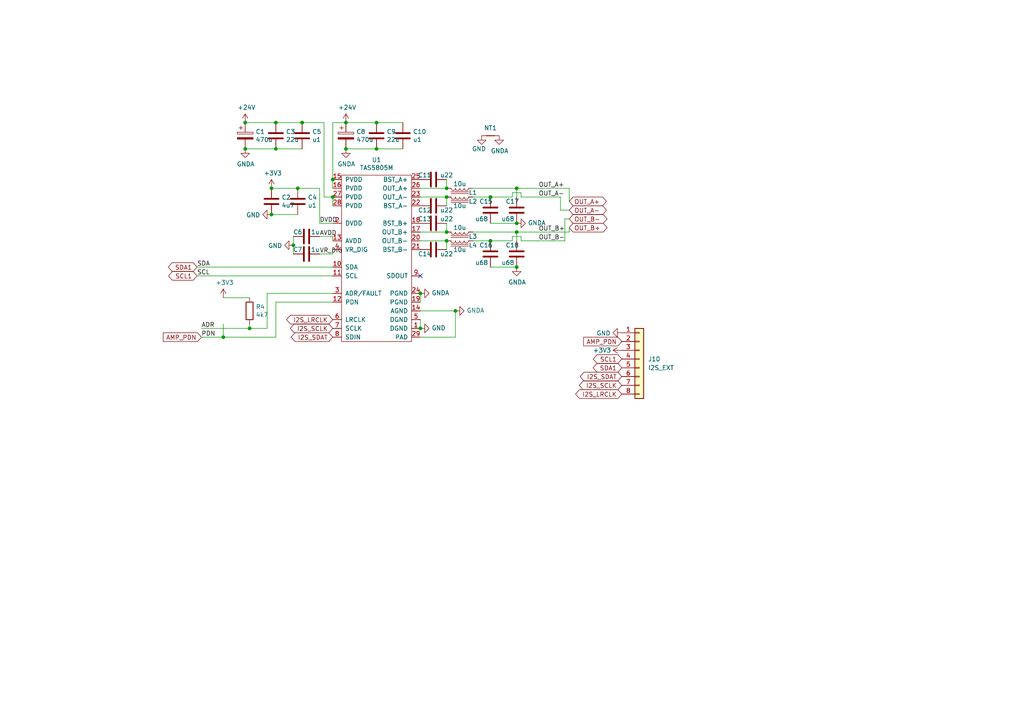
<source format=kicad_sch>
(kicad_sch (version 20211123) (generator eeschema)
  (paper "A4")
  (lib_symbols
    (symbol "Connector_Generic:Conn_01x08" (pin_names (offset 1.016) hide)
      (property "Reference" "J" (at 0 10.16 0))
      (property "Value" "Conn_01x08" (at 0 -12.7 0))
      (symbol "Conn_01x08_1_1"
        (rectangle (start -1.27 -10.033) (end 0 -10.287) (stroke (width 0.1524)))
        (rectangle (start -1.27 -7.493) (end 0 -7.747) (stroke (width 0.1524)))
        (rectangle (start -1.27 -4.953) (end 0 -5.207) (stroke (width 0.1524)))
        (rectangle (start -1.27 -2.413) (end 0 -2.667) (stroke (width 0.1524)))
        (rectangle (start -1.27 0.127) (end 0 -0.127) (stroke (width 0.1524)))
        (rectangle (start -1.27 2.667) (end 0 2.413) (stroke (width 0.1524)))
        (rectangle (start -1.27 5.207) (end 0 4.953) (stroke (width 0.1524)))
        (rectangle (start -1.27 7.747) (end 0 7.493) (stroke (width 0.1524)))
        (rectangle (start -1.27 8.89) (end 1.27 -11.43) (stroke (width 0.254)) (fill (type background)))
        (pin passive line (at -5.08 7.62 0) (length 3.81) (name "Pin_1") (number "1"))
        (pin passive line (at -5.08 5.08 0) (length 3.81) (name "Pin_2") (number "2"))
        (pin passive line (at -5.08 2.54 0) (length 3.81) (name "Pin_3") (number "3"))
        (pin passive line (at -5.08 0 0) (length 3.81) (name "Pin_4") (number "4"))
        (pin passive line (at -5.08 -2.54 0) (length 3.81) (name "Pin_5") (number "5"))
        (pin passive line (at -5.08 -5.08 0) (length 3.81) (name "Pin_6") (number "6"))
        (pin passive line (at -5.08 -7.62 0) (length 3.81) (name "Pin_7") (number "7"))
        (pin passive line (at -5.08 -10.16 0) (length 3.81) (name "Pin_8") (number "8"))
      )
    )
    (symbol "Device:C" (pin_numbers hide) (pin_names (offset 0.254))
      (property "Reference" "C" (at 0.635 2.54 0))
      (property "Value" "C" (at 0.635 -2.54 0))
      (symbol "C_0_1"
        (polyline (pts (xy -2.032 -0.762) (xy 2.032 -0.762)) (stroke (width 0.508)))
        (polyline (pts (xy -2.032 0.762) (xy 2.032 0.762)) (stroke (width 0.508)))
      )
      (symbol "C_1_1"
        (pin passive line (at 0 3.81 270) (length 2.794) (name "~") (number "1"))
        (pin passive line (at 0 -3.81 90) (length 2.794) (name "~") (number "2"))
      )
    )
    (symbol "Device:CP" (pin_numbers hide) (pin_names (offset 0.254))
      (property "Reference" "C" (at 0.635 2.54 0))
      (property "Value" "Device_CP" (at 0.635 -2.54 0))
      (symbol "CP_0_1"
        (rectangle (start -2.286 0.508) (end 2.286 1.016))
        (polyline (pts (xy -1.778 2.286) (xy -0.762 2.286)))
        (polyline (pts (xy -1.27 2.794) (xy -1.27 1.778)))
        (rectangle (start 2.286 -0.508) (end -2.286 -1.016) (fill (type outline)))
      )
      (symbol "CP_1_1"
        (pin passive line (at 0 3.81 270) (length 2.794) (name "~") (number "1"))
        (pin passive line (at 0 -3.81 90) (length 2.794) (name "~") (number "2"))
      )
    )
    (symbol "Device:L_Core_Iron" (pin_numbers hide) (pin_names (offset 1.016) hide)
      (property "Reference" "L" (at -1.27 0 90))
      (property "Value" "Device_L_Core_Iron" (at 2.794 0 90))
      (symbol "L_Core_Iron_0_1"
        (arc (start 0 -2.54) (mid 0.635 -1.905) (end 0 -1.27))
        (arc (start 0 -1.27) (mid 0.635 -0.635) (end 0 0))
        (polyline (pts (xy 1.016 2.54) (xy 1.016 -2.54)))
        (polyline (pts (xy 1.524 -2.54) (xy 1.524 2.54)))
        (arc (start 0 0) (mid 0.635 0.635) (end 0 1.27))
        (arc (start 0 1.27) (mid 0.635 1.905) (end 0 2.54))
      )
      (symbol "L_Core_Iron_1_1"
        (pin passive line (at 0 3.81 270) (length 1.27) (name "1") (number "1"))
        (pin passive line (at 0 -3.81 90) (length 1.27) (name "2") (number "2"))
      )
    )
    (symbol "Device:Net-Tie_2" (pin_numbers hide) (pin_names (offset 0) hide)
      (property "Reference" "NT" (at 0 1.27 0))
      (property "Value" "Device_Net-Tie_2" (at 0 -1.27 0))
      (symbol "Net-Tie_2_0_1"
        (polyline (pts (xy -1.27 0) (xy 1.27 0)) (stroke (width 0.254)))
      )
      (symbol "Net-Tie_2_1_1"
        (pin passive line (at -2.54 0 0) (length 2.54) (name "1") (number "1"))
        (pin passive line (at 2.54 0 180) (length 2.54) (name "2") (number "2"))
      )
    )
    (symbol "Device:R" (pin_numbers hide) (pin_names (offset 0))
      (property "Reference" "R" (at 2.032 0 90))
      (property "Value" "R" (at 0 0 90))
      (symbol "R_0_1"
        (rectangle (start -1.016 -2.54) (end 1.016 2.54) (stroke (width 0.254)))
      )
      (symbol "R_1_1"
        (pin passive line (at 0 3.81 270) (length 1.27) (name "~") (number "1"))
        (pin passive line (at 0 -3.81 90) (length 1.27) (name "~") (number "2"))
      )
    )
    (symbol "liebler_SEMICONDUCTORS:TAS5805M" (pin_names (offset 1.016))
      (property "Reference" "U" (at -8.89 25.4 0))
      (property "Value" "TAS5805M" (at 5.08 25.4 0))
      (symbol "TAS5805M_0_1"
        (rectangle (start -10.16 24.13) (end 10.16 -24.13))
      )
      (symbol "TAS5805M_1_1"
        (pin power_in line (at 12.7 -20.32 180) (length 2.54) (name "DGND") (number "1"))
        (pin bidirectional line (at -12.7 -2.54 0) (length 2.54) (name "SDA") (number "10"))
        (pin bidirectional line (at -12.7 -5.08 0) (length 2.54) (name "SCL") (number "11"))
        (pin input line (at -12.7 -12.7 0) (length 2.54) (name "PDN") (number "12"))
        (pin power_out line (at -12.7 5.08 0) (length 2.54) (name "AVDD") (number "13"))
        (pin power_in line (at 12.7 -15.24 180) (length 2.54) (name "AGND") (number "14"))
        (pin power_in line (at -12.7 22.86 0) (length 2.54) (name "PVDD") (number "15"))
        (pin power_in line (at -12.7 20.32 0) (length 2.54) (name "PVDD") (number "16"))
        (pin output line (at 12.7 7.62 180) (length 2.54) (name "OUT_B+") (number "17"))
        (pin output line (at 12.7 10.16 180) (length 2.54) (name "BST_B+") (number "18"))
        (pin power_in line (at 12.7 -12.7 180) (length 2.54) (name "PGND") (number "19"))
        (pin power_in line (at -12.7 10.16 0) (length 2.54) (name "DVDD") (number "2"))
        (pin output line (at 12.7 5.08 180) (length 2.54) (name "OUT_B-") (number "20"))
        (pin output line (at 12.7 2.54 180) (length 2.54) (name "BST_B-") (number "21"))
        (pin output line (at 12.7 15.24 180) (length 2.54) (name "BST_A-") (number "22"))
        (pin output line (at 12.7 17.78 180) (length 2.54) (name "OUT_A-") (number "23"))
        (pin power_in line (at 12.7 -10.16 180) (length 2.54) (name "PGND") (number "24"))
        (pin output line (at 12.7 22.86 180) (length 2.54) (name "BST_A+") (number "25"))
        (pin output line (at 12.7 20.32 180) (length 2.54) (name "OUT_A+") (number "26"))
        (pin power_in line (at -12.7 17.78 0) (length 2.54) (name "PVDD") (number "27"))
        (pin power_in line (at -12.7 15.24 0) (length 2.54) (name "PVDD") (number "28"))
        (pin unspecified line (at 12.7 -22.86 180) (length 2.54) (name "PAD") (number "29"))
        (pin bidirectional line (at -12.7 -10.16 0) (length 2.54) (name "ADR/FAULT") (number "3"))
        (pin power_out line (at -12.7 2.54 0) (length 2.54) (name "VR_DIG") (number "4"))
        (pin power_in line (at 12.7 -17.78 180) (length 2.54) (name "DGND") (number "5"))
        (pin input line (at -12.7 -17.78 0) (length 2.54) (name "LRCLK") (number "6"))
        (pin input line (at -12.7 -20.32 0) (length 2.54) (name "SCLK") (number "7"))
        (pin input line (at -12.7 -22.86 0) (length 2.54) (name "SDIN") (number "8"))
        (pin output line (at 12.7 -5.08 180) (length 2.54) (name "SDOUT") (number "9"))
      )
    )
    (symbol "power:+24V" (power) (pin_names (offset 0))
      (property "Value" "+24V" (at 0 3.556 0))
      (symbol "+24V_0_1"
        (polyline (pts (xy -0.762 1.27) (xy 0 2.54)))
        (polyline (pts (xy 0 0) (xy 0 2.54)))
        (polyline (pts (xy 0 2.54) (xy 0.762 1.27)))
      )
      (symbol "+24V_1_1"
        (pin power_in line (at 0 0 90) (length 0) hide (name "+24V") (number "1"))
      )
    )
    (symbol "power:+3V3" (power) (pin_names (offset 0))
      (property "Value" "+3V3" (at 0 3.556 0))
      (symbol "+3V3_0_1"
        (polyline (pts (xy -0.762 1.27) (xy 0 2.54)))
        (polyline (pts (xy 0 0) (xy 0 2.54)))
        (polyline (pts (xy 0 2.54) (xy 0.762 1.27)))
      )
      (symbol "+3V3_1_1"
        (pin power_in line (at 0 0 90) (length 0) hide (name "+3V3") (number "1"))
      )
    )
    (symbol "power:GND" (power) (pin_names (offset 0))
      (property "Value" "GND" (at 0 -3.81 0))
      (symbol "GND_0_1"
        (polyline (pts (xy 0 0) (xy 0 -1.27) (xy 1.27 -1.27) (xy 0 -2.54) (xy -1.27 -1.27) (xy 0 -1.27)))
      )
      (symbol "GND_1_1"
        (pin power_in line (at 0 0 270) (length 0) hide (name "GND") (number "1"))
      )
    )
    (symbol "power:GNDA" (power) (pin_names (offset 0))
      (property "Value" "GNDA" (at 0 -3.81 0))
      (symbol "GNDA_0_1"
        (polyline (pts (xy 0 0) (xy 0 -1.27) (xy 1.27 -1.27) (xy 0 -2.54) (xy -1.27 -1.27) (xy 0 -1.27)))
      )
      (symbol "GNDA_1_1"
        (pin power_in line (at 0 0 270) (length 0) hide (name "GNDA") (number "1"))
      )
    )
  )
  (junction (at 100.33 43.18))
  (junction (at 129.54 69.85))
  (junction (at 80.01 35.56))
  (junction (at 72.39 95.25))
  (junction (at 142.24 69.85))
  (junction (at 121.92 95.25))
  (junction (at 100.33 35.56))
  (junction (at 78.74 54.61))
  (junction (at 129.54 67.31))
  (junction (at 87.63 35.56))
  (junction (at 71.12 35.56))
  (junction (at 109.22 35.56))
  (junction (at 80.01 43.18))
  (junction (at 149.86 77.47))
  (junction (at 129.54 57.15))
  (junction (at 149.86 67.31))
  (junction (at 71.12 43.18))
  (junction (at 64.77 97.79))
  (junction (at 78.74 62.23))
  (junction (at 132.08 90.17))
  (junction (at 142.24 57.15))
  (junction (at 149.86 64.77))
  (junction (at 86.36 54.61))
  (junction (at 109.22 43.18))
  (junction (at 85.09 71.12))
  (junction (at 149.86 54.61))
  (junction (at 129.54 54.61))
  (junction (at 96.52 52.07))
  (junction (at 121.92 85.09))
  (junction (at 96.52 57.15))
  (no_connect (at 121.92 80.01))
  (wire (pts (xy 64.77 97.79) (xy 58.42 97.79)))
  (wire (pts (xy 129.54 64.77) (xy 129.54 67.31)))
  (wire (pts (xy 92.71 54.61) (xy 92.71 64.77)))
  (wire (pts (xy 165.1 54.61) (xy 165.1 58.42)))
  (wire (pts (xy 151.13 69.85) (xy 163.83 69.85)))
  (wire (pts (xy 109.22 43.18) (xy 100.33 43.18)))
  (wire (pts (xy 93.98 35.56) (xy 93.98 57.15)))
  (wire (pts (xy 96.52 69.85) (xy 96.52 68.58)))
  (wire (pts (xy 116.84 43.18) (xy 109.22 43.18)))
  (wire (pts (xy 80.01 43.18) (xy 71.12 43.18)))
  (wire (pts (xy 93.98 57.15) (xy 96.52 57.15)))
  (wire (pts (xy 149.86 67.31) (xy 165.1 67.31)))
  (wire (pts (xy 142.24 69.85) (xy 148.59 69.85)))
  (wire (pts (xy 96.52 35.56) (xy 100.33 35.56)))
  (wire (pts (xy 96.52 68.58) (xy 92.71 68.58)))
  (wire (pts (xy 148.59 69.85) (xy 148.59 68.58)))
  (wire (pts (xy 64.77 86.36) (xy 72.39 86.36)))
  (wire (pts (xy 137.16 57.15) (xy 142.24 57.15)))
  (wire (pts (xy 151.13 57.15) (xy 162.56 57.15)))
  (wire (pts (xy 165.1 67.31) (xy 165.1 66.04)))
  (wire (pts (xy 142.24 77.47) (xy 149.86 77.47)))
  (wire (pts (xy 80.01 97.79) (xy 64.77 97.79)))
  (wire (pts (xy 142.24 57.15) (xy 148.59 57.15)))
  (wire (pts (xy 132.08 90.17) (xy 121.92 90.17)))
  (wire (pts (xy 78.74 54.61) (xy 86.36 54.61)))
  (wire (pts (xy 57.15 77.47) (xy 96.52 77.47)))
  (wire (pts (xy 129.54 69.85) (xy 121.92 69.85)))
  (wire (pts (xy 163.83 63.5) (xy 165.1 63.5)))
  (wire (pts (xy 77.47 95.25) (xy 72.39 95.25)))
  (wire (pts (xy 149.86 54.61) (xy 165.1 54.61)))
  (wire (pts (xy 142.24 64.77) (xy 149.86 64.77)))
  (wire (pts (xy 85.09 73.66) (xy 85.09 71.12)))
  (wire (pts (xy 96.52 54.61) (xy 96.52 52.07)))
  (wire (pts (xy 72.39 95.25) (xy 72.39 93.98)))
  (wire (pts (xy 151.13 55.88) (xy 151.13 57.15)))
  (wire (pts (xy 64.77 97.79) (xy 64.77 93.98)))
  (wire (pts (xy 129.54 59.69) (xy 129.54 57.15)))
  (wire (pts (xy 129.54 67.31) (xy 121.92 67.31)))
  (wire (pts (xy 87.63 43.18) (xy 80.01 43.18)))
  (wire (pts (xy 57.15 80.01) (xy 96.52 80.01)))
  (wire (pts (xy 96.52 73.66) (xy 92.71 73.66)))
  (wire (pts (xy 86.36 54.61) (xy 92.71 54.61)))
  (wire (pts (xy 92.71 64.77) (xy 96.52 64.77)))
  (wire (pts (xy 137.16 69.85) (xy 142.24 69.85)))
  (wire (pts (xy 151.13 68.58) (xy 151.13 69.85)))
  (wire (pts (xy 148.59 55.88) (xy 151.13 55.88)))
  (wire (pts (xy 96.52 72.39) (xy 96.52 73.66)))
  (wire (pts (xy 77.47 85.09) (xy 77.47 95.25)))
  (wire (pts (xy 148.59 68.58) (xy 151.13 68.58)))
  (wire (pts (xy 149.86 67.31) (xy 149.86 69.85)))
  (wire (pts (xy 129.54 57.15) (xy 121.92 57.15)))
  (wire (pts (xy 121.92 85.09) (xy 121.92 87.63)))
  (wire (pts (xy 96.52 85.09) (xy 77.47 85.09)))
  (wire (pts (xy 121.92 97.79) (xy 132.08 97.79)))
  (wire (pts (xy 109.22 35.56) (xy 100.33 35.56)))
  (wire (pts (xy 129.54 54.61) (xy 121.92 54.61)))
  (wire (pts (xy 129.54 72.39) (xy 129.54 69.85)))
  (wire (pts (xy 149.86 54.61) (xy 149.86 57.15)))
  (wire (pts (xy 137.16 67.31) (xy 149.86 67.31)))
  (wire (pts (xy 162.56 60.96) (xy 165.1 60.96)))
  (wire (pts (xy 96.52 87.63) (xy 80.01 87.63)))
  (wire (pts (xy 85.09 71.12) (xy 85.09 68.58)))
  (wire (pts (xy 80.01 87.63) (xy 80.01 97.79)))
  (wire (pts (xy 93.98 35.56) (xy 87.63 35.56)))
  (wire (pts (xy 121.92 95.25) (xy 121.92 92.71)))
  (wire (pts (xy 96.52 59.69) (xy 96.52 57.15)))
  (wire (pts (xy 116.84 35.56) (xy 109.22 35.56)))
  (wire (pts (xy 96.52 35.56) (xy 96.52 52.07)))
  (wire (pts (xy 87.63 35.56) (xy 80.01 35.56)))
  (wire (pts (xy 148.59 57.15) (xy 148.59 55.88)))
  (wire (pts (xy 132.08 97.79) (xy 132.08 90.17)))
  (wire (pts (xy 162.56 57.15) (xy 162.56 60.96)))
  (wire (pts (xy 80.01 35.56) (xy 71.12 35.56)))
  (wire (pts (xy 86.36 62.23) (xy 78.74 62.23)))
  (wire (pts (xy 72.39 95.25) (xy 58.42 95.25)))
  (wire (pts (xy 137.16 54.61) (xy 149.86 54.61)))
  (wire (pts (xy 129.54 52.07) (xy 129.54 54.61)))
  (wire (pts (xy 163.83 69.85) (xy 163.83 63.5)))
  (label "DVDD" (at 92.71 64.77 0))
  (label "OUT_A+" (at 156.21 54.61 0))
  (label "PDN" (at 58.42 97.79 0))
  (label "OUT_B+" (at 156.21 67.31 0))
  (label "OUT_B-" (at 156.21 69.85 0))
  (label "ADR" (at 58.42 95.25 0))
  (label "OUT_A-" (at 156.21 57.15 0))
  (label "VR_DIG" (at 92.71 73.66 0))
  (label "SCL" (at 57.15 80.01 0))
  (label "AVDD" (at 92.71 68.58 0))
  (label "SDA" (at 57.15 77.47 0))
  (global_label "SCL1" (shape bidirectional) (at 180.34 104.14 180) (property "Intersheet References" "${INTERSHEET_REFS}" (effects hide)))
  (global_label "OUT_A-" (shape bidirectional) (at 165.1 60.96 0) (property "Intersheet References" "${INTERSHEET_REFS}" (effects hide)))
  (global_label "AMP_PDN" (shape input) (at 58.42 97.79 180) (property "Intersheet References" "${INTERSHEET_REFS}" (effects hide)))
  (global_label "SDA1" (shape bidirectional) (at 180.34 106.68 180) (property "Intersheet References" "${INTERSHEET_REFS}" (effects hide)))
  (global_label "I2S_SDAT" (shape bidirectional) (at 180.34 109.22 180) (property "Intersheet References" "${INTERSHEET_REFS}" (effects hide)))
  (global_label "SDA1" (shape bidirectional) (at 57.15 77.47 180) (property "Intersheet References" "${INTERSHEET_REFS}" (effects hide)))
  (global_label "I2S_LRCLK" (shape bidirectional) (at 180.34 114.3 180) (property "Intersheet References" "${INTERSHEET_REFS}" (effects hide)))
  (global_label "SCL1" (shape bidirectional) (at 57.15 80.01 180) (property "Intersheet References" "${INTERSHEET_REFS}" (effects hide)))
  (global_label "I2S_SDAT" (shape bidirectional) (at 96.52 97.79 180) (property "Intersheet References" "${INTERSHEET_REFS}" (effects hide)))
  (global_label "OUT_B+" (shape bidirectional) (at 165.1 66.04 0) (property "Intersheet References" "${INTERSHEET_REFS}" (effects hide)))
  (global_label "OUT_A+" (shape bidirectional) (at 165.1 58.42 0) (property "Intersheet References" "${INTERSHEET_REFS}" (effects hide)))
  (global_label "AMP_PDN" (shape input) (at 180.34 99.06 180) (property "Intersheet References" "${INTERSHEET_REFS}" (effects hide)))
  (global_label "I2S_SCLK" (shape bidirectional) (at 180.34 111.76 180) (property "Intersheet References" "${INTERSHEET_REFS}" (effects hide)))
  (global_label "I2S_LRCLK" (shape bidirectional) (at 96.52 92.71 180) (property "Intersheet References" "${INTERSHEET_REFS}" (effects hide)))
  (global_label "OUT_B-" (shape bidirectional) (at 165.1 63.5 0) (property "Intersheet References" "${INTERSHEET_REFS}" (effects hide)))
  (global_label "I2S_SCLK" (shape bidirectional) (at 96.52 95.25 180) (property "Intersheet References" "${INTERSHEET_REFS}" (effects hide)))
  (symbol (lib_id "Device:L_Core_Iron") (at 133.35 54.61 270) (unit 1)
    (property "Reference" "L1" (at 137.16 55.88 90))
    (property "Value" "10u" (at 133.35 53.34 90))
    (property "Footprint" "liebler_PASSIVES:L_1040" (effects hide))
  )
  (symbol (lib_id "Device:C") (at 125.73 52.07 270) (unit 1)
    (property "Reference" "C11" (at 123.19 50.8 90))
    (property "Value" "u22" (at 129.54 50.8 90))
    (property "Footprint" "Capacitor_SMD:C_0603_1608Metric" (effects hide))
  )
  (symbol (lib_id "Device:L_Core_Iron") (at 133.35 57.15 270) (unit 1)
    (property "Reference" "L2" (at 137.16 58.42 90))
    (property "Value" "10u" (at 133.35 59.69 90))
    (property "Footprint" "liebler_PASSIVES:L_1040" (effects hide))
  )
  (symbol (lib_id "Device:C") (at 125.73 59.69 270) (unit 1)
    (property "Reference" "C12" (at 123.19 60.96 90))
    (property "Value" "u22" (at 129.54 60.96 90))
    (property "Footprint" "Capacitor_SMD:C_0603_1608Metric" (effects hide))
  )
  (symbol (lib_id "Device:L_Core_Iron") (at 133.35 67.31 270) (unit 1)
    (property "Reference" "L3" (at 137.16 68.58 90))
    (property "Value" "10u" (at 133.35 66.04 90))
    (property "Footprint" "liebler_PASSIVES:L_1040" (effects hide))
  )
  (symbol (lib_id "Device:C") (at 125.73 64.77 270) (unit 1)
    (property "Reference" "C13" (at 123.19 63.5 90))
    (property "Value" "u22" (at 129.54 63.5 90))
    (property "Footprint" "Capacitor_SMD:C_0603_1608Metric" (effects hide))
  )
  (symbol (lib_id "Device:L_Core_Iron") (at 133.35 69.85 270) (unit 1)
    (property "Reference" "L4" (at 137.16 71.12 90))
    (property "Value" "10u" (at 133.35 72.39 90))
    (property "Footprint" "liebler_PASSIVES:L_1040" (effects hide))
  )
  (symbol (lib_id "Device:C") (at 125.73 72.39 270) (unit 1)
    (property "Reference" "C14" (at 123.19 73.66 90))
    (property "Value" "u22" (at 129.54 73.66 90))
    (property "Footprint" "Capacitor_SMD:C_0603_1608Metric" (effects hide))
  )
  (symbol (lib_id "Device:C") (at 142.24 60.96 180) (unit 1)
    (property "Reference" "C15" (at 140.97 58.42 0))
    (property "Value" "u68" (at 139.7 63.5 0))
    (property "Footprint" "Capacitor_SMD:C_1206_3216Metric_Pad1.33x1.80mm_HandSolder" (effects hide))
  )
  (symbol (lib_id "Device:C") (at 149.86 60.96 180) (unit 1)
    (property "Reference" "C17" (at 148.59 58.42 0))
    (property "Value" "u68" (at 147.32 63.5 0))
    (property "Footprint" "Capacitor_SMD:C_1206_3216Metric_Pad1.33x1.80mm_HandSolder" (effects hide))
  )
  (symbol (lib_id "Device:C") (at 142.24 73.66 180) (unit 1)
    (property "Reference" "C16" (at 140.97 71.12 0))
    (property "Value" "u68" (at 139.7 76.2 0))
    (property "Footprint" "Capacitor_SMD:C_1206_3216Metric_Pad1.33x1.80mm_HandSolder" (effects hide))
  )
  (symbol (lib_id "Device:C") (at 149.86 73.66 180) (unit 1)
    (property "Reference" "C18" (at 148.59 71.12 0))
    (property "Value" "u68" (at 147.32 76.2 0))
    (property "Footprint" "Capacitor_SMD:C_1206_3216Metric_Pad1.33x1.80mm_HandSolder" (effects hide))
  )
  (symbol (lib_id "Device:C") (at 80.01 39.37 0) (unit 1)
    (property "Reference" "C3" (at 82.931 38.2016 0) (effects (justify left)))
    (property "Value" "22u" (at 82.931 40.513 0) (effects (justify left)))
    (property "Footprint" "Capacitor_SMD:C_1210_3225Metric_Pad1.33x2.70mm_HandSolder" (effects hide))
  )
  (symbol (lib_id "Device:C") (at 87.63 39.37 0) (unit 1)
    (property "Reference" "C5" (at 90.551 38.2016 0) (effects (justify left)))
    (property "Value" "u1" (at 90.551 40.513 0) (effects (justify left)))
    (property "Footprint" "Capacitor_SMD:C_0603_1608Metric" (effects hide))
  )
  (symbol (lib_id "Device:CP") (at 71.12 39.37 0) (unit 1)
    (property "Reference" "C1" (at 74.1172 38.2016 0) (effects (justify left)))
    (property "Value" "470u" (at 74.1172 40.513 0) (effects (justify left)))
    (property "Footprint" "Capacitor_THT:CP_Radial_D10.0mm_P3.50mm" (effects hide))
  )
  (symbol (lib_id "power:+24V") (at 71.12 35.56 0) (unit 1)
    (property "Reference" "#PWR03" (effects hide))
    (property "Value" "+24V" (at 71.501 31.1658 0))
  )
  (symbol (lib_id "power:GND") (at 121.92 95.25 90) (unit 1)
    (property "Reference" "#PWR010" (effects hide))
    (property "Value" "GND" (at 125.1712 95.123 90) (effects (justify right)))
  )
  (symbol (lib_id "Device:C") (at 109.22 39.37 0) (unit 1)
    (property "Reference" "C9" (at 112.141 38.2016 0) (effects (justify left)))
    (property "Value" "22u" (at 112.141 40.513 0) (effects (justify left)))
    (property "Footprint" "Capacitor_SMD:C_1210_3225Metric_Pad1.33x2.70mm_HandSolder" (effects hide))
  )
  (symbol (lib_id "Device:C") (at 116.84 39.37 0) (unit 1)
    (property "Reference" "C10" (at 119.761 38.2016 0) (effects (justify left)))
    (property "Value" "u1" (at 119.761 40.513 0) (effects (justify left)))
    (property "Footprint" "Capacitor_SMD:C_0603_1608Metric" (effects hide))
  )
  (symbol (lib_id "Device:CP") (at 100.33 39.37 0) (unit 1)
    (property "Reference" "C8" (at 103.3272 38.2016 0) (effects (justify left)))
    (property "Value" "470u" (at 103.3272 40.513 0) (effects (justify left)))
    (property "Footprint" "Capacitor_THT:CP_Radial_D10.0mm_P3.50mm" (effects hide))
  )
  (symbol (lib_id "power:+24V") (at 100.33 35.56 0) (unit 1)
    (property "Reference" "#PWR08" (effects hide))
    (property "Value" "+24V" (at 100.711 31.1658 0))
  )
  (symbol (lib_id "Device:C") (at 78.74 58.42 0) (unit 1)
    (property "Reference" "C2" (at 81.661 57.2516 0) (effects (justify left)))
    (property "Value" "4u7" (at 81.661 59.563 0) (effects (justify left)))
    (property "Footprint" "Capacitor_SMD:C_0402_1005Metric" (effects hide))
  )
  (symbol (lib_id "Device:C") (at 86.36 58.42 0) (unit 1)
    (property "Reference" "C4" (at 89.281 57.2516 0) (effects (justify left)))
    (property "Value" "u1" (at 89.281 59.563 0) (effects (justify left)))
    (property "Footprint" "Capacitor_SMD:C_0402_1005Metric" (effects hide))
  )
  (symbol (lib_id "power:GND") (at 78.74 62.23 270) (unit 1)
    (property "Reference" "#PWR06" (effects hide))
    (property "Value" "GND" (at 75.4888 62.357 90) (effects (justify right)))
  )
  (symbol (lib_id "Device:C") (at 88.9 68.58 270) (unit 1)
    (property "Reference" "C6" (at 86.36 67.31 90))
    (property "Value" "1u" (at 91.44 67.31 90))
    (property "Footprint" "Capacitor_SMD:C_0402_1005Metric" (effects hide))
  )
  (symbol (lib_id "Device:C") (at 88.9 73.66 270) (unit 1)
    (property "Reference" "C7" (at 86.36 72.39 90))
    (property "Value" "1u" (at 91.44 72.39 90))
    (property "Footprint" "Capacitor_SMD:C_0402_1005Metric" (effects hide))
  )
  (symbol (lib_id "power:GND") (at 85.09 71.12 270) (unit 1)
    (property "Reference" "#PWR07" (effects hide))
    (property "Value" "GND" (at 81.8388 71.247 90) (effects (justify right)))
  )
  (symbol (lib_id "Device:R") (at 72.39 90.17 0) (unit 1)
    (property "Reference" "R4" (at 74.168 89.0016 0) (effects (justify left)))
    (property "Value" "4k7" (at 74.168 91.313 0) (effects (justify left)))
    (property "Footprint" "Resistor_SMD:R_0402_1005Metric" (effects hide))
  )
  (symbol (lib_id "power:+3V3") (at 78.74 54.61 0) (unit 1)
    (property "Reference" "#PWR05" (effects hide))
    (property "Value" "+3V3" (at 79.121 50.2158 0))
  )
  (symbol (lib_id "power:+3V3") (at 64.77 86.36 0) (unit 1)
    (property "Reference" "#PWR02" (effects hide))
    (property "Value" "+3V3" (at 65.151 81.9658 0))
  )
  (symbol (lib_id "power:GNDA") (at 149.86 77.47 0) (unit 1)
    (property "Reference" "#PWR059" (effects hide))
    (property "Value" "GNDA" (at 149.987 81.8642 0))
  )
  (symbol (lib_id "power:GNDA") (at 121.92 85.09 90) (unit 1)
    (property "Reference" "#PWR011" (effects hide))
    (property "Value" "GNDA" (at 125.1712 84.963 90) (effects (justify right)))
  )
  (symbol (lib_id "power:GNDA") (at 149.86 64.77 90) (unit 1)
    (property "Reference" "#PWR058" (effects hide))
    (property "Value" "GNDA" (at 153.1112 64.643 90) (effects (justify right)))
  )
  (symbol (lib_id "power:GNDA") (at 100.33 43.18 0) (unit 1)
    (property "Reference" "#PWR09" (effects hide))
    (property "Value" "GNDA" (at 100.457 47.5742 0))
  )
  (symbol (lib_id "power:GNDA") (at 71.12 43.18 0) (unit 1)
    (property "Reference" "#PWR04" (effects hide))
    (property "Value" "GNDA" (at 71.247 47.5742 0))
  )
  (symbol (lib_id "Device:Net-Tie_2") (at 142.24 39.37 0) (unit 1)
    (property "Reference" "NT1" (at 142.24 37.1094 0))
    (property "Value" "Net-Tie_2" (effects hide))
    (property "Footprint" "NetTie:NetTie-2_SMD_Pad2.0mm" (effects hide))
  )
  (symbol (lib_id "power:GNDA") (at 144.78 39.37 0) (unit 1)
    (property "Reference" "#PWR057" (effects hide))
    (property "Value" "GNDA" (at 144.907 43.7642 0))
  )
  (symbol (lib_id "power:GND") (at 139.7 39.37 0) (unit 1)
    (property "Reference" "#PWR012" (effects hide))
    (property "Value" "GND" (at 140.97 43.18 0) (effects (justify right)))
  )
  (symbol (lib_id "liebler_SEMICONDUCTORS:TAS5805M") (at 109.22 74.93 0) (unit 1)
    (property "Reference" "U1" (at 109.22 46.355 0))
    (property "Value" "TAS5805M" (at 109.22 48.6664 0))
    (property "Footprint" "liebler_SEMICONDUCTORS:TSSOP-28_4.4x9.7mm_Pitch0.65mm_pad_handsolder" (effects hide))
  )
  (symbol (lib_id "power:GNDA") (at 132.08 90.17 90) (unit 1)
    (property "Reference" "#PWR0110" (effects hide))
    (property "Value" "GNDA" (at 135.3312 90.043 90) (effects (justify right)))
  )
  (symbol (lib_id "Connector_Generic:Conn_01x08") (at 185.42 104.14 0) (unit 1)
    (property "Reference" "J10" (at 187.96 104.1399 0) (effects (justify left)))
    (property "Value" "I2S_EXT" (at 187.96 106.6799 0) (effects (justify left)))
    (property "Footprint" "Connector_PinHeader_1.27mm:PinHeader_1x08_P1.27mm_Vertical" (effects hide))
  )
  (symbol (lib_id "power:GND") (at 180.34 96.52 270) (unit 1)
    (property "Reference" "#PWR0147" (effects hide))
    (property "Value" "GND" (at 177.0888 96.647 90) (effects (justify right)))
  )
  (symbol (lib_id "power:+3V3") (at 180.34 101.6 90) (unit 1)
    (property "Reference" "#PWR0146" (effects hide))
    (property "Value" "+3V3" (at 174.625 101.6 90))
  )
)
</source>
